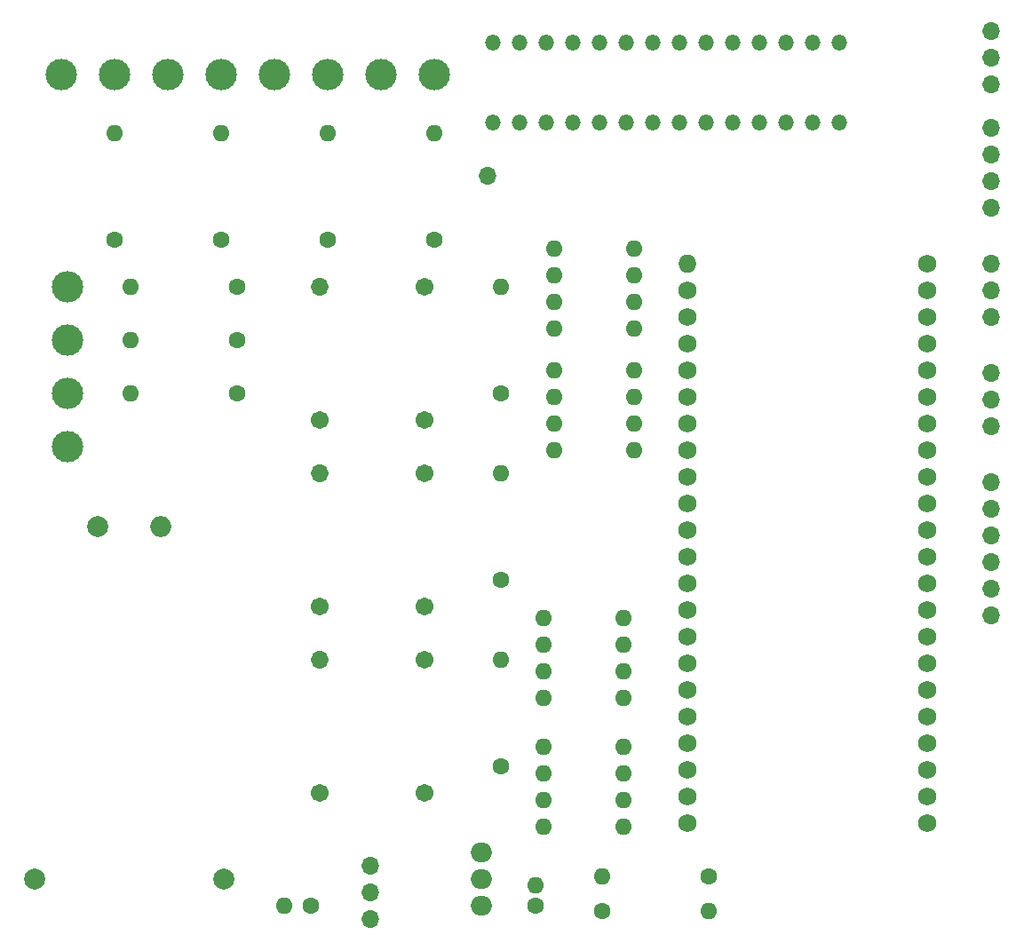
<source format=gbr>
%TF.GenerationSoftware,KiCad,Pcbnew,7.0.10*%
%TF.CreationDate,2024-05-12T01:16:20-03:00*%
%TF.ProjectId,board,626f6172-642e-46b6-9963-61645f706362,1.0*%
%TF.SameCoordinates,Original*%
%TF.FileFunction,Soldermask,Bot*%
%TF.FilePolarity,Negative*%
%FSLAX46Y46*%
G04 Gerber Fmt 4.6, Leading zero omitted, Abs format (unit mm)*
G04 Created by KiCad (PCBNEW 7.0.10) date 2024-05-12 01:16:20*
%MOMM*%
%LPD*%
G01*
G04 APERTURE LIST*
%ADD10O,1.600000X1.600000*%
%ADD11O,1.500000X1.500000*%
%ADD12C,1.600000*%
%ADD13O,1.700000X1.700000*%
%ADD14O,2.000000X2.000000*%
%ADD15C,2.000000*%
%ADD16O,1.734000X1.734000*%
%ADD17C,1.734000*%
%ADD18O,3.000000X3.000000*%
%ADD19C,3.000000*%
%ADD20O,1.712000X1.712000*%
%ADD21C,1.712000*%
%ADD22O,2.000000X1.905000*%
G04 APERTURE END LIST*
D10*
%TO.C,AMP3*%
X147828000Y-74980800D03*
X147828000Y-77520800D03*
X147828000Y-80060800D03*
X147828000Y-82600800D03*
X155448000Y-82600800D03*
X155448000Y-80060800D03*
X155448000Y-77520800D03*
X155448000Y-74980800D03*
%TD*%
D11*
%TO.C,DZ14*%
X141986000Y-51358800D03*
X141986000Y-43738800D03*
%TD*%
D12*
%TO.C,R9*%
X136398000Y-62534800D03*
D10*
X136398000Y-52374800D03*
%TD*%
D11*
%TO.C,DZ2*%
X172466000Y-51358800D03*
X172466000Y-43738800D03*
%TD*%
D13*
%TO.C,SW2*%
X189484000Y-80314800D03*
X189484000Y-77774800D03*
X189484000Y-75234800D03*
%TD*%
D12*
%TO.C,R7*%
X142748000Y-94919800D03*
D10*
X142748000Y-84759800D03*
%TD*%
D14*
%TO.C,PS1*%
X110363000Y-89839800D03*
D15*
X104363000Y-89839800D03*
X116363000Y-123439800D03*
X98363000Y-123439800D03*
%TD*%
D16*
%TO.C,MCU1*%
X160528000Y-64820800D03*
D17*
X160528000Y-67360800D03*
X160528000Y-69900800D03*
X160528000Y-72440800D03*
X160528000Y-74980800D03*
X160528000Y-77520800D03*
X160528000Y-80060800D03*
X160528000Y-82600800D03*
X160528000Y-85140800D03*
X160528000Y-87680800D03*
X160528000Y-90220800D03*
X160528000Y-92760800D03*
X160528000Y-95300800D03*
X160528000Y-97840800D03*
X160528000Y-100380800D03*
X160528000Y-102920800D03*
X160528000Y-105460800D03*
X160528000Y-108000800D03*
X160528000Y-110540800D03*
X160528000Y-113080800D03*
X160528000Y-115620800D03*
X160528000Y-118160800D03*
X183388000Y-64820800D03*
X183388000Y-67360800D03*
X183388000Y-69900800D03*
X183388000Y-72440800D03*
X183388000Y-74980800D03*
X183388000Y-77520800D03*
X183388000Y-80060800D03*
X183388000Y-82600800D03*
X183388000Y-85140800D03*
X183388000Y-87680800D03*
X183388000Y-90220800D03*
X183388000Y-92760800D03*
X183388000Y-95300800D03*
X183388000Y-97840800D03*
X183388000Y-100380800D03*
X183388000Y-102920800D03*
X183388000Y-105460800D03*
X183388000Y-108000800D03*
X183388000Y-110540800D03*
X183388000Y-113080800D03*
X183388000Y-115620800D03*
X183388000Y-118160800D03*
%TD*%
D11*
%TO.C,DZ13*%
X144526000Y-43733800D03*
X144526000Y-51353800D03*
%TD*%
D10*
%TO.C,AMP4*%
X147828000Y-63306800D03*
X147828000Y-65846800D03*
X147828000Y-68386800D03*
X147828000Y-70926800D03*
X155448000Y-70926800D03*
X155448000Y-68386800D03*
X155448000Y-65846800D03*
X155448000Y-63306800D03*
%TD*%
D11*
%TO.C,DZ6*%
X162306000Y-51363800D03*
X162306000Y-43743800D03*
%TD*%
%TO.C,DZ5*%
X164846000Y-43733800D03*
X164846000Y-51353800D03*
%TD*%
D18*
%TO.C,J6*%
X105918000Y-46786800D03*
D19*
X100838000Y-46786800D03*
%TD*%
D13*
%TO.C,P1*%
X189484000Y-69900800D03*
X189484000Y-67360800D03*
X189484000Y-64820800D03*
%TD*%
D12*
%TO.C,R1*%
X162560000Y-123240800D03*
D10*
X152400000Y-123240800D03*
%TD*%
D20*
%TO.C,T1*%
X125476000Y-66979800D03*
D21*
X125476000Y-79679800D03*
X135476000Y-79679800D03*
X135476000Y-66979800D03*
%TD*%
D12*
%TO.C,R11*%
X126238000Y-62534800D03*
D10*
X126238000Y-52374800D03*
%TD*%
D11*
%TO.C,DZ11*%
X149606000Y-43738800D03*
X149606000Y-51358800D03*
%TD*%
D13*
%TO.C,SW1*%
X130302000Y-122224800D03*
X130302000Y-124764800D03*
X130302000Y-127304800D03*
%TD*%
D20*
%TO.C,T3*%
X125476000Y-102539800D03*
D21*
X125476000Y-115239800D03*
X135476000Y-115239800D03*
X135476000Y-102539800D03*
%TD*%
D12*
%TO.C,R6*%
X142748000Y-77139800D03*
D10*
X142748000Y-66979800D03*
%TD*%
D11*
%TO.C,DZ3*%
X169926000Y-43738800D03*
X169926000Y-51358800D03*
%TD*%
D12*
%TO.C,R10*%
X116078000Y-62534800D03*
D10*
X116078000Y-52374800D03*
%TD*%
D12*
%TO.C,R3*%
X117602000Y-66979800D03*
D10*
X107442000Y-66979800D03*
%TD*%
D12*
%TO.C,R12*%
X105918000Y-62534800D03*
D10*
X105918000Y-52374800D03*
%TD*%
D11*
%TO.C,DZ12*%
X147066000Y-51363800D03*
X147066000Y-43743800D03*
%TD*%
D10*
%TO.C,C2*%
X146050000Y-124034800D03*
D12*
X146050000Y-126034800D03*
%TD*%
D18*
%TO.C,J3*%
X136398000Y-46786800D03*
D19*
X131318000Y-46786800D03*
%TD*%
D18*
%TO.C,J1*%
X101473000Y-66979800D03*
D19*
X101473000Y-72059800D03*
%TD*%
D13*
%TO.C,P4*%
X189484000Y-47675800D03*
X189484000Y-45135800D03*
X189484000Y-42595800D03*
%TD*%
D11*
%TO.C,DZ9*%
X154686000Y-43733800D03*
X154686000Y-51353800D03*
%TD*%
%TO.C,DZ7*%
X159766000Y-43738800D03*
X159766000Y-51358800D03*
%TD*%
D20*
%TO.C,T2*%
X125476000Y-84759800D03*
D21*
X125476000Y-97459800D03*
X135476000Y-97459800D03*
X135476000Y-84759800D03*
%TD*%
D18*
%TO.C,J5*%
X116078000Y-46786800D03*
D19*
X110998000Y-46786800D03*
%TD*%
D13*
%TO.C,P5*%
X189484000Y-85648800D03*
X189484000Y-88188800D03*
X189484000Y-90728800D03*
X189484000Y-93268800D03*
X189484000Y-95808800D03*
X189484000Y-98348800D03*
%TD*%
D11*
%TO.C,DZ4*%
X167386000Y-51363800D03*
X167386000Y-43743800D03*
%TD*%
D13*
%TO.C,P3*%
X189484000Y-51866800D03*
X189484000Y-54406800D03*
X189484000Y-56946800D03*
X189484000Y-59486800D03*
%TD*%
D11*
%TO.C,DZ1*%
X175006000Y-43738800D03*
X175006000Y-51358800D03*
%TD*%
D10*
%TO.C,C1*%
X122134621Y-126034800D03*
D12*
X124634621Y-126034800D03*
%TD*%
%TO.C,R8*%
X142748000Y-112699800D03*
D10*
X142748000Y-102539800D03*
%TD*%
D18*
%TO.C,J2*%
X101473000Y-77139800D03*
D19*
X101473000Y-82219800D03*
%TD*%
D13*
%TO.C,P2*%
X141478000Y-56438800D03*
%TD*%
D22*
%TO.C,PS2*%
X140899000Y-126034800D03*
X140899000Y-123494800D03*
X140899000Y-120954800D03*
%TD*%
D11*
%TO.C,DZ8*%
X157226000Y-51363800D03*
X157226000Y-43743800D03*
%TD*%
%TO.C,DZ10*%
X152146000Y-51363800D03*
X152146000Y-43743800D03*
%TD*%
D12*
%TO.C,R4*%
X117602000Y-72059800D03*
D10*
X107442000Y-72059800D03*
%TD*%
D12*
%TO.C,R5*%
X117602000Y-77139800D03*
D10*
X107442000Y-77139800D03*
%TD*%
D12*
%TO.C,R2*%
X152400000Y-126542800D03*
D10*
X162560000Y-126542800D03*
%TD*%
D18*
%TO.C,J4*%
X126238000Y-46786800D03*
D19*
X121158000Y-46786800D03*
%TD*%
D10*
%TO.C,AMP2*%
X146812000Y-98602800D03*
X146812000Y-101142800D03*
X146812000Y-103682800D03*
X146812000Y-106222800D03*
X154432000Y-106222800D03*
X154432000Y-103682800D03*
X154432000Y-101142800D03*
X154432000Y-98602800D03*
%TD*%
%TO.C,AMP1*%
X146812000Y-110804800D03*
X146812000Y-113344800D03*
X146812000Y-115884800D03*
X146812000Y-118424800D03*
X154432000Y-118424800D03*
X154432000Y-115884800D03*
X154432000Y-113344800D03*
X154432000Y-110804800D03*
%TD*%
M02*

</source>
